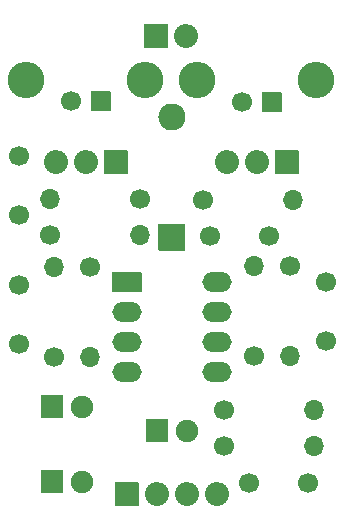
<source format=gbr>
%TF.GenerationSoftware,KiCad,Pcbnew,(5.99.0-1252-g0c2d08192)*%
%TF.CreationDate,2020-04-08T11:52:56+03:00*%
%TF.ProjectId,orkman,6f726b6d-616e-42e6-9b69-6361645f7063,rev?*%
%TF.SameCoordinates,Original*%
%TF.FileFunction,Soldermask,Top*%
%TF.FilePolarity,Negative*%
%FSLAX46Y46*%
G04 Gerber Fmt 4.6, Leading zero omitted, Abs format (unit mm)*
G04 Created by KiCad (PCBNEW (5.99.0-1252-g0c2d08192)) date 2020-04-08 11:52:56*
%MOMM*%
%LPD*%
G01*
G04 APERTURE LIST*
%ADD10O,2.030400X2.030400*%
%ADD11O,2.500000X1.700000*%
%ADD12O,3.100000X3.100000*%
%ADD13O,1.700000X1.700000*%
%ADD14C,1.700000*%
%ADD15O,2.300000X2.300000*%
%ADD16C,1.900000*%
G04 APERTURE END LIST*
D10*
%TO.C,J2*%
X135826500Y-56007000D03*
G36*
G01*
X132271300Y-56972200D02*
X132271300Y-55041800D01*
G75*
G02*
X132321300Y-54991800I50000J0D01*
G01*
X134251700Y-54991800D01*
G75*
G02*
X134301700Y-55041800I0J-50000D01*
G01*
X134301700Y-56972200D01*
G75*
G02*
X134251700Y-57022200I-50000J0D01*
G01*
X132321300Y-57022200D01*
G75*
G02*
X132271300Y-56972200I0J50000D01*
G01*
G37*
%TD*%
D11*
%TO.C,U1*%
X138430000Y-76835000D03*
X130810000Y-84455000D03*
X138430000Y-79375000D03*
X130810000Y-81915000D03*
X138430000Y-81915000D03*
X130810000Y-79375000D03*
X138430000Y-84455000D03*
G36*
G01*
X129560000Y-77635000D02*
X129560000Y-76035000D01*
G75*
G02*
X129610000Y-75985000I50000J0D01*
G01*
X132010000Y-75985000D01*
G75*
G02*
X132060000Y-76035000I0J-50000D01*
G01*
X132060000Y-77635000D01*
G75*
G02*
X132010000Y-77685000I-50000J0D01*
G01*
X129610000Y-77685000D01*
G75*
G02*
X129560000Y-77635000I0J50000D01*
G01*
G37*
%TD*%
D12*
%TO.C,RV2*%
X132317500Y-59690000D03*
X122317500Y-59690000D03*
D10*
X124777500Y-66690000D03*
X127317500Y-66690000D03*
G36*
G01*
X128842300Y-67655200D02*
X128842300Y-65724800D01*
G75*
G02*
X128892300Y-65674800I50000J0D01*
G01*
X130822700Y-65674800D01*
G75*
G02*
X130872700Y-65724800I0J-50000D01*
G01*
X130872700Y-67655200D01*
G75*
G02*
X130822700Y-67705200I-50000J0D01*
G01*
X128892300Y-67705200D01*
G75*
G02*
X128842300Y-67655200I0J50000D01*
G01*
G37*
%TD*%
D12*
%TO.C,RV1*%
X146795500Y-59690000D03*
X136795500Y-59690000D03*
D10*
X139255500Y-66690000D03*
X141795500Y-66690000D03*
G36*
G01*
X143320300Y-67655200D02*
X143320300Y-65724800D01*
G75*
G02*
X143370300Y-65674800I50000J0D01*
G01*
X145300700Y-65674800D01*
G75*
G02*
X145350700Y-65724800I0J-50000D01*
G01*
X145350700Y-67655200D01*
G75*
G02*
X145300700Y-67705200I-50000J0D01*
G01*
X143370300Y-67705200D01*
G75*
G02*
X143320300Y-67655200I0J50000D01*
G01*
G37*
%TD*%
D13*
%TO.C,R9*%
X131927600Y-72847200D03*
D14*
X124307600Y-72847200D03*
%TD*%
D13*
%TO.C,R8*%
X124307600Y-69799200D03*
D14*
X131927600Y-69799200D03*
%TD*%
D13*
%TO.C,R7*%
X144907000Y-69850000D03*
D14*
X137287000Y-69850000D03*
%TD*%
D13*
%TO.C,R6*%
X146685000Y-87693500D03*
D14*
X139065000Y-87693500D03*
%TD*%
D13*
%TO.C,R5*%
X124650500Y-75565000D03*
D14*
X124650500Y-83185000D03*
%TD*%
D13*
%TO.C,R4*%
X127711200Y-83185000D03*
D14*
X127711200Y-75565000D03*
%TD*%
D13*
%TO.C,R3*%
X141541500Y-75501500D03*
D14*
X141541500Y-83121500D03*
%TD*%
D13*
%TO.C,R2*%
X144589500Y-83121500D03*
D14*
X144589500Y-75501500D03*
%TD*%
D13*
%TO.C,R1*%
X146685000Y-90741500D03*
D14*
X139065000Y-90741500D03*
%TD*%
D10*
%TO.C,J1*%
X138430000Y-94805500D03*
X135890000Y-94805500D03*
X133350000Y-94805500D03*
G36*
G01*
X129794800Y-95770700D02*
X129794800Y-93840300D01*
G75*
G02*
X129844800Y-93790300I50000J0D01*
G01*
X131775200Y-93790300D01*
G75*
G02*
X131825200Y-93840300I0J-50000D01*
G01*
X131825200Y-95770700D01*
G75*
G02*
X131775200Y-95820700I-50000J0D01*
G01*
X129844800Y-95820700D01*
G75*
G02*
X129794800Y-95770700I0J50000D01*
G01*
G37*
%TD*%
D15*
%TO.C,D4*%
X134620000Y-62865000D03*
G36*
G01*
X135720000Y-74175000D02*
X133520000Y-74175000D01*
G75*
G02*
X133470000Y-74125000I0J50000D01*
G01*
X133470000Y-71925000D01*
G75*
G02*
X133520000Y-71875000I50000J0D01*
G01*
X135720000Y-71875000D01*
G75*
G02*
X135770000Y-71925000I0J-50000D01*
G01*
X135770000Y-74125000D01*
G75*
G02*
X135720000Y-74175000I-50000J0D01*
G01*
G37*
%TD*%
D16*
%TO.C,D3*%
X135890000Y-89408000D03*
G36*
G01*
X132400000Y-90308000D02*
X132400000Y-88508000D01*
G75*
G02*
X132450000Y-88458000I50000J0D01*
G01*
X134250000Y-88458000D01*
G75*
G02*
X134300000Y-88508000I0J-50000D01*
G01*
X134300000Y-90308000D01*
G75*
G02*
X134250000Y-90358000I-50000J0D01*
G01*
X132450000Y-90358000D01*
G75*
G02*
X132400000Y-90308000I0J50000D01*
G01*
G37*
%TD*%
%TO.C,D2*%
X127000000Y-87376000D03*
G36*
G01*
X123510000Y-88276000D02*
X123510000Y-86476000D01*
G75*
G02*
X123560000Y-86426000I50000J0D01*
G01*
X125360000Y-86426000D01*
G75*
G02*
X125410000Y-86476000I0J-50000D01*
G01*
X125410000Y-88276000D01*
G75*
G02*
X125360000Y-88326000I-50000J0D01*
G01*
X123560000Y-88326000D01*
G75*
G02*
X123510000Y-88276000I0J50000D01*
G01*
G37*
%TD*%
%TO.C,D1*%
X127000000Y-93726000D03*
G36*
G01*
X123510000Y-94626000D02*
X123510000Y-92826000D01*
G75*
G02*
X123560000Y-92776000I50000J0D01*
G01*
X125360000Y-92776000D01*
G75*
G02*
X125410000Y-92826000I0J-50000D01*
G01*
X125410000Y-94626000D01*
G75*
G02*
X125360000Y-94676000I-50000J0D01*
G01*
X123560000Y-94676000D01*
G75*
G02*
X123510000Y-94626000I0J50000D01*
G01*
G37*
%TD*%
D14*
%TO.C,C7*%
X126087500Y-61531500D03*
G36*
G01*
X129437500Y-60731500D02*
X129437500Y-62331500D01*
G75*
G02*
X129387500Y-62381500I-50000J0D01*
G01*
X127787500Y-62381500D01*
G75*
G02*
X127737500Y-62331500I0J50000D01*
G01*
X127737500Y-60731500D01*
G75*
G02*
X127787500Y-60681500I50000J0D01*
G01*
X129387500Y-60681500D01*
G75*
G02*
X129437500Y-60731500I0J-50000D01*
G01*
G37*
%TD*%
%TO.C,C6*%
X140565500Y-61595000D03*
G36*
G01*
X143915500Y-60795000D02*
X143915500Y-62395000D01*
G75*
G02*
X143865500Y-62445000I-50000J0D01*
G01*
X142265500Y-62445000D01*
G75*
G02*
X142215500Y-62395000I0J50000D01*
G01*
X142215500Y-60795000D01*
G75*
G02*
X142265500Y-60745000I50000J0D01*
G01*
X143865500Y-60745000D01*
G75*
G02*
X143915500Y-60795000I0J-50000D01*
G01*
G37*
%TD*%
%TO.C,C5*%
X121716800Y-66120000D03*
X121716800Y-71120000D03*
%TD*%
%TO.C,C4*%
X121666000Y-77105500D03*
X121666000Y-82105500D03*
%TD*%
%TO.C,C3*%
X137875000Y-72898000D03*
X142875000Y-72898000D03*
%TD*%
%TO.C,C2*%
X147637500Y-76788000D03*
X147637500Y-81788000D03*
%TD*%
%TO.C,C1*%
X146160500Y-93853000D03*
X141160500Y-93853000D03*
%TD*%
M02*

</source>
